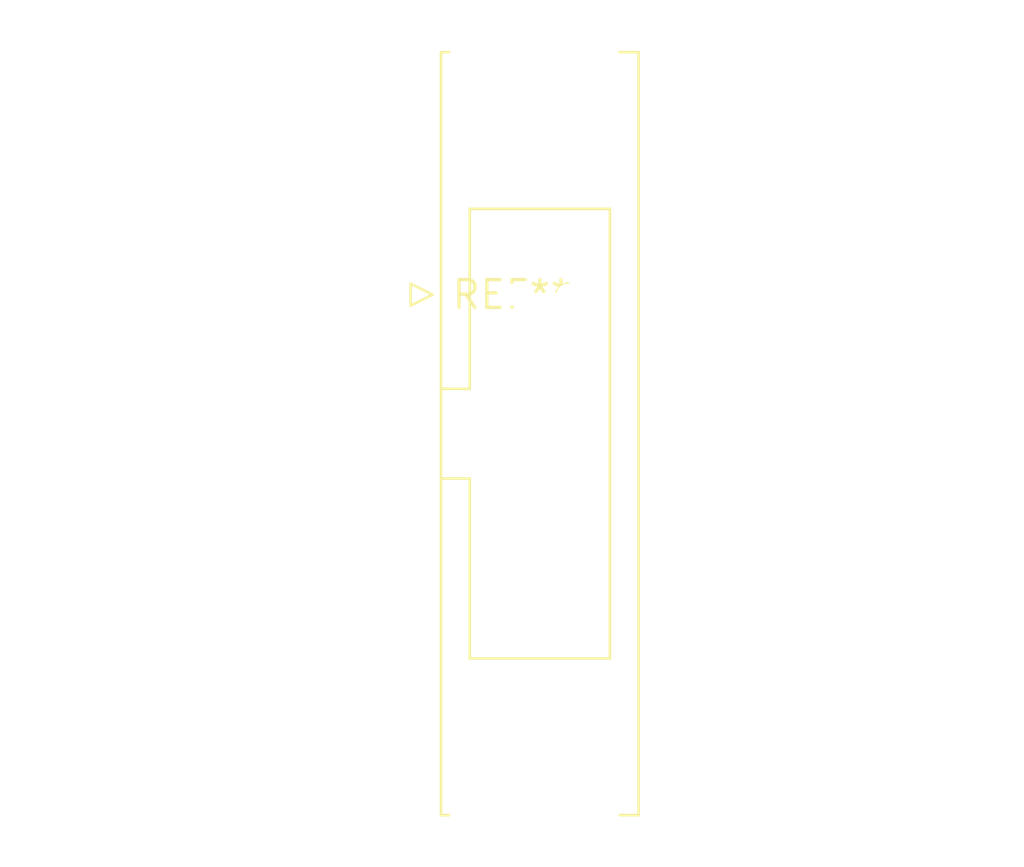
<source format=kicad_pcb>
(kicad_pcb (version 20240108) (generator pcbnew)
  (layers (0 "F.Cu" signal) (31 "B.Cu" signal) (34 "B.Paste" user) (35 "F.Paste" user) (36 "B.SilkS" user "B.Silkscreen") (37 "F.SilkS" user "F.Silkscreen") (38 "B.Mask" user) (39 "F.Mask" user) (44 "Edge.Cuts" user))
  (net 0 "")
  (footprint "IDC-Header_2x06-1MP_P2.54mm_Latch_Vertical" (layer "F.Cu") (at 0 0)
    (property "Reference" "REF**")
    (property "Value" "IDC-Header_2x06-1MP_P2.54mm_Latch_Vertical")
    (fp_line (start -4.63 -0.5) (end -4.63 0.5) (layer "F.SilkS") (stroke (width 0.12)))
    (fp_line (start -4.63 0.5) (end -3.63 0) (layer "F.SilkS") (stroke (width 0.12)))
    (fp_line (start -3.63 0) (end -4.63 -0.5) (layer "F.SilkS") (stroke (width 0.12)))
    (fp_line (start -3.24 -11.08) (end -3.24 23.78) (layer "F.SilkS") (stroke (width 0.12)))
    (fp_line (start -3.24 4.3) (end -1.93 4.3) (layer "F.SilkS") (stroke (width 0.12)))
    (fp_line (start -3.24 23.78) (end -2.87 23.78) (layer "F.SilkS") (stroke (width 0.12)))
    (fp_line (start -2.87 -11.08) (end -3.24 -11.08) (layer "F.SilkS") (stroke (width 0.12)))
    (fp_line (start -1.93 -3.92) (end 4.47 -3.92) (layer "F.SilkS") (stroke (width 0.12)))
    (fp_line (start -1.93 4.3) (end -1.93 -3.92) (layer "F.SilkS") (stroke (width 0.12)))
    (fp_line (start -1.93 8.4) (end -3.24 8.4) (layer "F.SilkS") (stroke (width 0.12)))
    (fp_line (start -1.93 8.4) (end -1.93 8.4) (layer "F.SilkS") (stroke (width 0.12)))
    (fp_line (start -1.93 16.62) (end -1.93 8.4) (layer "F.SilkS") (stroke (width 0.12)))
    (fp_line (start 4.47 -3.92) (end 4.47 16.62) (layer "F.SilkS") (stroke (width 0.12)))
    (fp_line (start 4.47 16.62) (end -1.93 16.62) (layer "F.SilkS") (stroke (width 0.12)))
    (fp_line (start 4.91 -11.08) (end 5.78 -11.08) (layer "F.SilkS") (stroke (width 0.12)))
    (fp_line (start 5.78 -11.08) (end 5.78 23.78) (layer "F.SilkS") (stroke (width 0.12)))
    (fp_line (start 5.78 23.78) (end 4.91 23.78) (layer "F.SilkS") (stroke (width 0.12)))
    (pad "1" thru_hole roundrect (at 0 0) (size 1.7 1.7) (drill 1) (layers *.Cu *.Mask) (remove_unused_layers) (roundrect_rratio 0.147059))
    (pad "2" thru_hole circle (at 2.54 0) (size 1.7 1.7) (drill 1) (layers *.Cu *.Mask) (remove_unused_layers))
    (pad "3" thru_hole circle (at 0 2.54) (size 1.7 1.7) (drill 1) (layers *.Cu *.Mask) (remove_unused_layers))
    (pad "4" thru_hole circle (at 2.54 2.54) (size 1.7 1.7) (drill 1) (layers *.Cu *.Mask) (remove_unused_layers))
    (pad "5" thru_hole circle (at 0 5.08) (size 1.7 1.7) (drill 1) (layers *.Cu *.Mask) (remove_unused_layers))
    (pad "6" thru_hole circle (at 2.54 5.08) (size 1.7 1.7) (drill 1) (layers *.Cu *.Mask) (remove_unused_layers))
    (pad "7" thru_hole circle (at 0 7.62) (size 1.7 1.7) (drill 1) (layers *.Cu *.Mask) (remove_unused_layers))
    (pad "8" thru_hole circle (at 2.54 7.62) (size 1.7 1.7) (drill 1) (layers *.Cu *.Mask) (remove_unused_layers))
    (pad "9" thru_hole circle (at 0 10.16) (size 1.7 1.7) (drill 1) (layers *.Cu *.Mask) (remove_unused_layers))
    (pad "10" thru_hole circle (at 2.54 10.16) (size 1.7 1.7) (drill 1) (layers *.Cu *.Mask) (remove_unused_layers))
    (pad "11" thru_hole circle (at 0 12.7) (size 1.7 1.7) (drill 1) (layers *.Cu *.Mask) (remove_unused_layers))
    (pad "12" thru_hole circle (at 2.54 12.7) (size 1.7 1.7) (drill 1) (layers *.Cu *.Mask) (remove_unused_layers))
    (pad "MP" thru_hole circle (at 1.02 -8.94) (size 8 8) (drill 2.69) (layers *.Cu *.Mask) (remove_unused_layers))
    (pad "MP" thru_hole circle (at 1.02 21.64) (size 8 8) (drill 2.69) (layers *.Cu *.Mask) (remove_unused_layers))
  )
)
</source>
